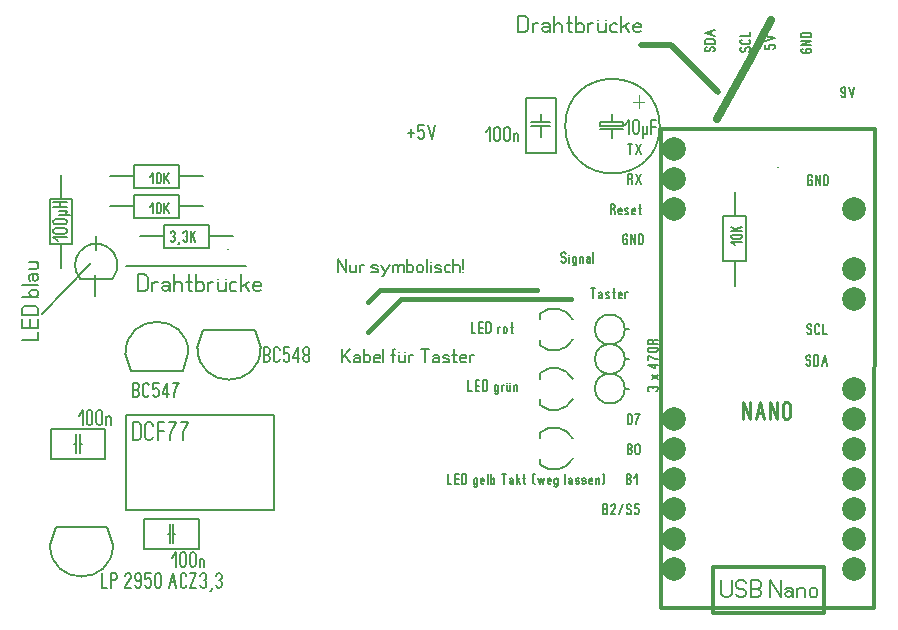
<source format=gbr>
%FSLAX34Y34*%
%MOMM*%
%LNSILK_TOP*%
G71*
G01*
%ADD10C, 0.254*%
%ADD11C, 0.159*%
%ADD12C, 0.156*%
%ADD13C, 0.144*%
%ADD14C, 0.189*%
%ADD15C, 0.150*%
%ADD16C, 0.167*%
%ADD17C, 0.200*%
%ADD18C, 0.120*%
%ADD19C, 0.178*%
%ADD20C, 0.700*%
%ADD21C, 0.500*%
%ADD22C, 0.300*%
%ADD23C, 0.400*%
%ADD24C, 2.000*%
%LPD*%
G54D10*
X622728Y-378207D02*
X622728Y-363985D01*
X628417Y-378207D01*
X628417Y-363985D01*
G54D10*
X633395Y-378207D02*
X636951Y-363985D01*
X640506Y-378207D01*
G54D10*
X634817Y-372874D02*
X639084Y-372874D01*
G54D10*
X645484Y-378207D02*
X645484Y-363985D01*
X651173Y-378207D01*
X651173Y-363985D01*
G54D10*
X661840Y-366652D02*
X661840Y-375541D01*
X661129Y-377318D01*
X659707Y-378207D01*
X658284Y-378207D01*
X656862Y-377318D01*
X656151Y-375541D01*
X656151Y-366652D01*
X656862Y-364874D01*
X658284Y-363985D01*
X659707Y-363985D01*
X661129Y-364874D01*
X661840Y-366652D01*
G54D11*
X615685Y-230880D02*
X612352Y-228658D01*
X621241Y-228658D01*
G54D11*
X614019Y-221992D02*
X619574Y-221992D01*
X620685Y-222436D01*
X621241Y-223325D01*
X621241Y-224214D01*
X620685Y-225103D01*
X619574Y-225547D01*
X614019Y-225547D01*
X612907Y-225103D01*
X612352Y-224214D01*
X612352Y-223325D01*
X612908Y-222436D01*
X614019Y-221992D01*
G54D11*
X621241Y-218880D02*
X612352Y-218880D01*
G54D11*
X618463Y-218880D02*
X612352Y-215325D01*
G54D11*
X616796Y-217547D02*
X621241Y-215325D01*
G54D11*
X543234Y-354453D02*
X542123Y-354009D01*
X541567Y-353120D01*
X541567Y-352231D01*
X542123Y-351342D01*
X543234Y-350898D01*
X544345Y-350898D01*
X545456Y-351342D01*
X546012Y-352231D01*
X546567Y-351342D01*
X547678Y-350898D01*
X548789Y-350898D01*
X549900Y-351342D01*
X550456Y-352231D01*
X550456Y-353120D01*
X549900Y-354009D01*
X548789Y-354453D01*
G54D11*
X545456Y-344586D02*
X550456Y-341030D01*
G54D11*
X550456Y-344586D02*
X545456Y-341030D01*
G54D11*
X550456Y-332052D02*
X541567Y-332052D01*
X547123Y-334719D01*
X548234Y-334719D01*
X548234Y-331164D01*
G54D11*
X541567Y-328052D02*
X541567Y-324496D01*
X542678Y-324941D01*
X544345Y-325830D01*
X546567Y-326719D01*
X548234Y-327163D01*
X550456Y-327163D01*
G54D11*
X543234Y-317830D02*
X548789Y-317830D01*
X549900Y-318274D01*
X550456Y-319163D01*
X550456Y-320052D01*
X549900Y-320941D01*
X548789Y-321385D01*
X543234Y-321385D01*
X542123Y-320941D01*
X541567Y-320052D01*
X541567Y-319163D01*
X542123Y-318274D01*
X543234Y-317830D01*
G54D11*
X546012Y-312940D02*
X547123Y-311607D01*
X548234Y-311162D01*
X550456Y-311162D01*
G54D11*
X550456Y-314718D02*
X541567Y-314718D01*
X541567Y-312496D01*
X542123Y-311607D01*
X543234Y-311163D01*
X544345Y-311163D01*
X545456Y-311607D01*
X546012Y-312496D01*
X546012Y-314718D01*
G54D11*
X522609Y-225836D02*
X524387Y-225836D01*
X524387Y-228614D01*
X523942Y-229725D01*
X523054Y-230281D01*
X522165Y-230281D01*
X521276Y-229725D01*
X520831Y-228614D01*
X520831Y-223059D01*
X521276Y-221948D01*
X522165Y-221392D01*
X523054Y-221392D01*
X523942Y-221948D01*
X524387Y-223059D01*
G54D11*
X527498Y-230281D02*
X527498Y-221392D01*
X531054Y-230281D01*
X531054Y-221392D01*
G54D11*
X534165Y-230281D02*
X534165Y-221392D01*
X536388Y-221392D01*
X537276Y-221948D01*
X537721Y-223059D01*
X537721Y-228614D01*
X537276Y-229725D01*
X536388Y-230281D01*
X534165Y-230281D01*
G54D11*
X527024Y-154080D02*
X527024Y-145192D01*
G54D11*
X525246Y-145192D02*
X528801Y-145192D01*
G54D11*
X531913Y-145192D02*
X536357Y-154080D01*
G54D11*
X531913Y-154080D02*
X536357Y-145192D01*
G54D11*
X527020Y-175034D02*
X528353Y-176145D01*
X528797Y-177256D01*
X528797Y-179478D01*
G54D11*
X525242Y-179478D02*
X525242Y-170589D01*
X527464Y-170589D01*
X528353Y-171145D01*
X528797Y-172256D01*
X528797Y-173367D01*
X528353Y-174478D01*
X527464Y-175034D01*
X525242Y-175034D01*
G54D11*
X531909Y-170589D02*
X536353Y-179478D01*
G54D11*
X531909Y-179478D02*
X536353Y-170589D01*
G54D11*
X512120Y-200436D02*
X513453Y-201547D01*
X513898Y-202658D01*
X513898Y-204880D01*
G54D11*
X510342Y-204880D02*
X510342Y-195992D01*
X512564Y-195992D01*
X513453Y-196547D01*
X513898Y-197658D01*
X513898Y-198769D01*
X513453Y-199880D01*
X512564Y-200436D01*
X510342Y-200436D01*
G54D11*
X519676Y-204325D02*
X518965Y-204880D01*
X518076Y-204880D01*
X517187Y-204325D01*
X517009Y-203214D01*
X517009Y-201325D01*
X517454Y-200214D01*
X518343Y-199880D01*
X519231Y-200214D01*
X519676Y-200992D01*
X519676Y-202103D01*
X517009Y-202103D01*
G54D11*
X522787Y-204325D02*
X523676Y-204880D01*
X524565Y-204880D01*
X525454Y-204325D01*
X525454Y-203214D01*
X525009Y-202658D01*
X523232Y-202103D01*
X522787Y-201547D01*
X522787Y-200436D01*
X523676Y-199880D01*
X524565Y-199880D01*
X525454Y-200436D01*
G54D11*
X531232Y-204325D02*
X530521Y-204880D01*
X529632Y-204880D01*
X528743Y-204325D01*
X528565Y-203214D01*
X528565Y-201325D01*
X529010Y-200214D01*
X529899Y-199880D01*
X530787Y-200214D01*
X531232Y-200992D01*
X531232Y-202103D01*
X528565Y-202103D01*
G54D11*
X535232Y-195992D02*
X535232Y-204325D01*
X535677Y-204880D01*
X536121Y-204658D01*
G54D11*
X534343Y-199880D02*
X536121Y-199880D01*
G54D11*
X524652Y-382680D02*
X524652Y-373792D01*
X526874Y-373792D01*
X527763Y-374347D01*
X528207Y-375458D01*
X528207Y-381014D01*
X527763Y-382125D01*
X526874Y-382680D01*
X524652Y-382680D01*
G54D11*
X531319Y-373792D02*
X534874Y-373792D01*
X534430Y-374903D01*
X533541Y-376569D01*
X532652Y-378792D01*
X532208Y-380458D01*
X532208Y-382680D01*
G54D11*
X524679Y-408081D02*
X524679Y-399192D01*
X526901Y-399192D01*
X527790Y-399748D01*
X528234Y-400859D01*
X528234Y-401970D01*
X527790Y-403081D01*
X526901Y-403637D01*
X527790Y-404192D01*
X528234Y-405304D01*
X528234Y-406415D01*
X527790Y-407526D01*
X526901Y-408081D01*
X524679Y-408081D01*
G54D11*
X524679Y-403637D02*
X526901Y-403637D01*
G54D11*
X534901Y-400859D02*
X534901Y-406415D01*
X534457Y-407526D01*
X533568Y-408081D01*
X532679Y-408081D01*
X531790Y-407526D01*
X531346Y-406415D01*
X531346Y-400859D01*
X531790Y-399748D01*
X532679Y-399192D01*
X533568Y-399192D01*
X534457Y-399748D01*
X534901Y-400859D01*
G54D11*
X523845Y-433480D02*
X523845Y-424592D01*
X526067Y-424592D01*
X526956Y-425147D01*
X527401Y-426258D01*
X527401Y-427369D01*
X526956Y-428480D01*
X526067Y-429036D01*
X526956Y-429592D01*
X527401Y-430703D01*
X527401Y-431814D01*
X526956Y-432925D01*
X526067Y-433480D01*
X523845Y-433480D01*
G54D11*
X523845Y-429036D02*
X526067Y-429036D01*
G54D11*
X530512Y-427925D02*
X532734Y-424592D01*
X532734Y-433480D01*
G54D11*
X504081Y-458880D02*
X504081Y-449992D01*
X506304Y-449992D01*
X507192Y-450547D01*
X507637Y-451658D01*
X507637Y-452769D01*
X507192Y-453880D01*
X506304Y-454436D01*
X507192Y-454992D01*
X507637Y-456103D01*
X507637Y-457214D01*
X507192Y-458325D01*
X506304Y-458880D01*
X504081Y-458880D01*
G54D11*
X504081Y-454436D02*
X506304Y-454436D01*
G54D11*
X514304Y-458880D02*
X510748Y-458880D01*
X510748Y-458325D01*
X511193Y-457214D01*
X513859Y-453880D01*
X514304Y-452769D01*
X514304Y-451658D01*
X513859Y-450547D01*
X512970Y-449992D01*
X512082Y-449992D01*
X511193Y-450547D01*
X510748Y-451658D01*
G54D11*
X517415Y-458880D02*
X520971Y-449992D01*
G54D11*
X524082Y-457214D02*
X524527Y-458325D01*
X525416Y-458880D01*
X526304Y-458880D01*
X527193Y-458325D01*
X527638Y-457214D01*
X527638Y-456103D01*
X527193Y-454992D01*
X526304Y-454436D01*
X525416Y-454436D01*
X524527Y-453880D01*
X524082Y-452769D01*
X524082Y-451658D01*
X524527Y-450547D01*
X525416Y-449992D01*
X526304Y-449992D01*
X527193Y-450547D01*
X527638Y-451658D01*
G54D11*
X534305Y-449992D02*
X530749Y-449992D01*
X530749Y-453880D01*
X531194Y-453880D01*
X532083Y-453325D01*
X532972Y-453325D01*
X533860Y-453880D01*
X534305Y-454992D01*
X534305Y-457214D01*
X533860Y-458325D01*
X532972Y-458880D01*
X532083Y-458880D01*
X531194Y-458325D01*
X530749Y-457214D01*
G54D11*
X392762Y-296335D02*
X392762Y-305224D01*
X395874Y-305224D01*
G54D11*
X402096Y-305224D02*
X398984Y-305224D01*
X398984Y-296335D01*
X402096Y-296335D01*
G54D11*
X398984Y-300779D02*
X402096Y-300779D01*
G54D11*
X405206Y-305224D02*
X405206Y-296335D01*
X407429Y-296335D01*
X408318Y-296890D01*
X408762Y-298001D01*
X408762Y-303557D01*
X408318Y-304668D01*
X407429Y-305224D01*
X405206Y-305224D01*
G54D11*
X415074Y-305224D02*
X415074Y-300224D01*
G54D11*
X415074Y-301335D02*
X415962Y-300224D01*
X416851Y-300224D01*
G54D11*
X422629Y-303890D02*
X422629Y-301668D01*
X422185Y-300557D01*
X421296Y-300224D01*
X420407Y-300557D01*
X419962Y-301668D01*
X419962Y-303890D01*
X420407Y-305001D01*
X421296Y-305224D01*
X422185Y-305001D01*
X422629Y-303890D01*
G54D11*
X426629Y-296335D02*
X426629Y-304668D01*
X427074Y-305224D01*
X427518Y-305001D01*
G54D11*
X425740Y-300224D02*
X427518Y-300224D01*
G54D11*
X372297Y-424377D02*
X372297Y-433266D01*
X375408Y-433266D01*
G54D11*
X381630Y-433266D02*
X378519Y-433266D01*
X378519Y-424377D01*
X381630Y-424377D01*
G54D11*
X378519Y-428821D02*
X381630Y-428821D01*
G54D11*
X384741Y-433266D02*
X384741Y-424377D01*
X386964Y-424377D01*
X387852Y-424932D01*
X388297Y-426043D01*
X388297Y-431599D01*
X387852Y-432710D01*
X386964Y-433266D01*
X384741Y-433266D01*
G54D11*
X394608Y-434932D02*
X395497Y-435488D01*
X396119Y-435488D01*
X397008Y-434932D01*
X397275Y-433821D01*
X397275Y-428266D01*
G54D11*
X397275Y-429710D02*
X396831Y-428599D01*
X395942Y-428266D01*
X395053Y-428599D01*
X394608Y-429710D01*
X394608Y-431932D01*
X395053Y-433043D01*
X395942Y-433266D01*
X396831Y-433043D01*
X397275Y-431932D01*
G54D11*
X403053Y-432710D02*
X402342Y-433266D01*
X401453Y-433266D01*
X400564Y-432710D01*
X400386Y-431599D01*
X400386Y-429710D01*
X400831Y-428599D01*
X401720Y-428266D01*
X402609Y-428599D01*
X403053Y-429377D01*
X403053Y-430488D01*
X400386Y-430488D01*
G54D11*
X406164Y-433266D02*
X406164Y-424377D01*
G54D11*
X409275Y-433266D02*
X409275Y-424377D01*
G54D11*
X409275Y-429710D02*
X409720Y-428599D01*
X410609Y-428266D01*
X411498Y-428599D01*
X411942Y-429710D01*
X411942Y-431932D01*
X411498Y-433043D01*
X410609Y-433266D01*
X409720Y-433043D01*
X409275Y-431932D01*
G54D11*
X420031Y-433266D02*
X420031Y-424377D01*
G54D11*
X418253Y-424377D02*
X421809Y-424377D01*
G54D11*
X424920Y-428821D02*
X425809Y-428266D01*
X426876Y-428266D01*
X427587Y-429377D01*
X427587Y-433266D01*
G54D11*
X427587Y-431599D02*
X427143Y-430488D01*
X426254Y-430266D01*
X425365Y-430488D01*
X424920Y-431599D01*
X425098Y-432710D01*
X425809Y-433266D01*
X426254Y-433266D01*
X426431Y-433266D01*
X427143Y-432710D01*
X427587Y-431599D01*
G54D11*
X430698Y-433266D02*
X430698Y-424377D01*
G54D11*
X432032Y-429932D02*
X433365Y-433266D01*
G54D11*
X430698Y-431043D02*
X433365Y-428266D01*
G54D11*
X437365Y-424377D02*
X437365Y-432710D01*
X437810Y-433266D01*
X438254Y-433043D01*
G54D11*
X436476Y-428266D02*
X438254Y-428266D01*
G54D11*
X445899Y-424377D02*
X445010Y-424932D01*
X444565Y-426043D01*
X444565Y-431599D01*
X445010Y-432710D01*
X445899Y-433266D01*
G54D11*
X449009Y-428266D02*
X450343Y-433266D01*
X451676Y-428266D01*
X453009Y-433266D01*
X453898Y-428266D01*
G54D11*
X459676Y-432710D02*
X458965Y-433266D01*
X458076Y-433266D01*
X457187Y-432710D01*
X457009Y-431599D01*
X457009Y-429710D01*
X457454Y-428599D01*
X458343Y-428266D01*
X459232Y-428599D01*
X459676Y-429377D01*
X459676Y-430488D01*
X457009Y-430488D01*
G54D11*
X462787Y-434932D02*
X463676Y-435488D01*
X464298Y-435488D01*
X465187Y-434932D01*
X465454Y-433821D01*
X465454Y-428266D01*
G54D11*
X465454Y-429710D02*
X465010Y-428599D01*
X464121Y-428266D01*
X463232Y-428599D01*
X462787Y-429710D01*
X462787Y-431932D01*
X463232Y-433043D01*
X464121Y-433266D01*
X465010Y-433043D01*
X465454Y-431932D01*
G54D11*
X471765Y-433266D02*
X471765Y-424377D01*
G54D11*
X474876Y-428821D02*
X475765Y-428266D01*
X476832Y-428266D01*
X477543Y-429377D01*
X477543Y-433266D01*
G54D11*
X477543Y-431599D02*
X477099Y-430488D01*
X476210Y-430266D01*
X475321Y-430488D01*
X474876Y-431599D01*
X475054Y-432710D01*
X475765Y-433266D01*
X476210Y-433266D01*
X476387Y-433266D01*
X477099Y-432710D01*
X477543Y-431599D01*
G54D11*
X480654Y-432710D02*
X481543Y-433266D01*
X482432Y-433266D01*
X483321Y-432710D01*
X483321Y-431599D01*
X482877Y-431043D01*
X481099Y-430488D01*
X480654Y-429932D01*
X480654Y-428821D01*
X481543Y-428266D01*
X482432Y-428266D01*
X483321Y-428821D01*
G54D11*
X486432Y-432710D02*
X487321Y-433266D01*
X488210Y-433266D01*
X489099Y-432710D01*
X489099Y-431599D01*
X488655Y-431043D01*
X486877Y-430488D01*
X486432Y-429932D01*
X486432Y-428821D01*
X487321Y-428266D01*
X488210Y-428266D01*
X489099Y-428821D01*
G54D11*
X494877Y-432710D02*
X494166Y-433266D01*
X493277Y-433266D01*
X492388Y-432710D01*
X492210Y-431599D01*
X492210Y-429710D01*
X492655Y-428599D01*
X493544Y-428266D01*
X494433Y-428599D01*
X494877Y-429377D01*
X494877Y-430488D01*
X492210Y-430488D01*
G54D11*
X497988Y-433266D02*
X497988Y-428266D01*
G54D11*
X497988Y-429377D02*
X498433Y-428599D01*
X499322Y-428266D01*
X500211Y-428599D01*
X500655Y-429377D01*
X500655Y-433266D01*
G54D11*
X503766Y-424377D02*
X504655Y-424932D01*
X505100Y-426043D01*
X505100Y-431599D01*
X504655Y-432710D01*
X503766Y-433266D01*
G54D11*
X389916Y-345509D02*
X389916Y-354398D01*
X393028Y-354398D01*
G54D11*
X399250Y-354398D02*
X396138Y-354398D01*
X396138Y-345509D01*
X399250Y-345509D01*
G54D11*
X396138Y-349953D02*
X399250Y-349953D01*
G54D11*
X402360Y-354398D02*
X402360Y-345509D01*
X404583Y-345509D01*
X405472Y-346064D01*
X405916Y-347175D01*
X405916Y-352731D01*
X405472Y-353842D01*
X404583Y-354398D01*
X402360Y-354398D01*
G54D11*
X412228Y-356064D02*
X413116Y-356620D01*
X413739Y-356620D01*
X414628Y-356064D01*
X414894Y-354953D01*
X414894Y-349398D01*
G54D11*
X414894Y-350842D02*
X414450Y-349731D01*
X413561Y-349398D01*
X412672Y-349731D01*
X412228Y-350842D01*
X412228Y-353064D01*
X412672Y-354175D01*
X413561Y-354398D01*
X414450Y-354175D01*
X414894Y-353064D01*
G54D11*
X418006Y-354398D02*
X418006Y-349398D01*
G54D11*
X418006Y-350509D02*
X418894Y-349398D01*
X419783Y-349398D01*
G54D11*
X422894Y-347731D02*
X422894Y-347731D01*
G54D11*
X425561Y-347731D02*
X425561Y-347731D01*
G54D11*
X425561Y-349398D02*
X425561Y-354398D01*
G54D11*
X425561Y-353286D02*
X425117Y-354175D01*
X424228Y-354398D01*
X423339Y-354175D01*
X422894Y-353286D01*
X422894Y-349398D01*
G54D11*
X428672Y-354398D02*
X428672Y-349398D01*
G54D11*
X428672Y-350509D02*
X429117Y-349731D01*
X430006Y-349398D01*
X430895Y-349731D01*
X431339Y-350509D01*
X431339Y-354398D01*
G54D11*
X495753Y-275890D02*
X495753Y-267001D01*
G54D11*
X493975Y-267001D02*
X497531Y-267001D01*
G54D11*
X500642Y-271445D02*
X501531Y-270890D01*
X502598Y-270890D01*
X503309Y-272001D01*
X503309Y-275890D01*
G54D11*
X503309Y-274223D02*
X502864Y-273112D01*
X501975Y-272890D01*
X501086Y-273112D01*
X500642Y-274223D01*
X500820Y-275334D01*
X501531Y-275890D01*
X501975Y-275890D01*
X502153Y-275890D01*
X502864Y-275334D01*
X503309Y-274223D01*
G54D11*
X506420Y-275334D02*
X507309Y-275890D01*
X508198Y-275890D01*
X509087Y-275334D01*
X509087Y-274223D01*
X508642Y-273667D01*
X506864Y-273112D01*
X506420Y-272556D01*
X506420Y-271445D01*
X507309Y-270890D01*
X508198Y-270890D01*
X509087Y-271445D01*
G54D11*
X513087Y-267001D02*
X513087Y-275334D01*
X513531Y-275890D01*
X513976Y-275667D01*
G54D11*
X512198Y-270890D02*
X513976Y-270890D01*
G54D11*
X519754Y-275334D02*
X519043Y-275890D01*
X518154Y-275890D01*
X517265Y-275334D01*
X517087Y-274223D01*
X517087Y-272334D01*
X517531Y-271223D01*
X518420Y-270890D01*
X519309Y-271223D01*
X519754Y-272001D01*
X519754Y-273112D01*
X517087Y-273112D01*
G54D11*
X522865Y-275890D02*
X522865Y-270890D01*
G54D11*
X522865Y-272001D02*
X523754Y-270890D01*
X524643Y-270890D01*
G54D11*
X468620Y-244001D02*
X469064Y-245112D01*
X469953Y-245668D01*
X470842Y-245668D01*
X471731Y-245112D01*
X472175Y-244001D01*
X472175Y-242890D01*
X471731Y-241779D01*
X470842Y-241223D01*
X469953Y-241223D01*
X469064Y-240668D01*
X468620Y-239556D01*
X468620Y-238445D01*
X469064Y-237334D01*
X469953Y-236779D01*
X470842Y-236779D01*
X471731Y-237334D01*
X472175Y-238445D01*
G54D11*
X475286Y-245668D02*
X475286Y-240668D01*
G54D11*
X475286Y-239001D02*
X475286Y-239001D01*
G54D11*
X478398Y-247334D02*
X479286Y-247890D01*
X479909Y-247890D01*
X480798Y-247334D01*
X481064Y-246223D01*
X481064Y-240668D01*
G54D11*
X481064Y-242112D02*
X480620Y-241001D01*
X479731Y-240668D01*
X478842Y-241001D01*
X478398Y-242112D01*
X478398Y-244334D01*
X478842Y-245445D01*
X479731Y-245668D01*
X480620Y-245445D01*
X481064Y-244334D01*
G54D11*
X484176Y-245668D02*
X484176Y-240668D01*
G54D11*
X484176Y-241779D02*
X484620Y-241001D01*
X485509Y-240668D01*
X486398Y-241001D01*
X486842Y-241779D01*
X486842Y-245668D01*
G54D11*
X489954Y-241223D02*
X490842Y-240668D01*
X491909Y-240668D01*
X492620Y-241779D01*
X492620Y-245668D01*
G54D11*
X492620Y-244001D02*
X492176Y-242890D01*
X491287Y-242668D01*
X490398Y-242890D01*
X489954Y-244001D01*
X490131Y-245112D01*
X490842Y-245668D01*
X491287Y-245668D01*
X491465Y-245668D01*
X492176Y-245112D01*
X492620Y-244001D01*
G54D11*
X495732Y-245668D02*
X495732Y-236779D01*
G54D11*
X597105Y-66948D02*
X598216Y-66503D01*
X598772Y-65614D01*
X598772Y-64726D01*
X598216Y-63837D01*
X597105Y-63392D01*
X595994Y-63392D01*
X594883Y-63837D01*
X594328Y-64726D01*
X594328Y-65614D01*
X593772Y-66503D01*
X592661Y-66948D01*
X591550Y-66948D01*
X590439Y-66503D01*
X589883Y-65614D01*
X589883Y-64726D01*
X590439Y-63837D01*
X591550Y-63392D01*
G54D11*
X598772Y-60281D02*
X589883Y-60281D01*
X589883Y-58059D01*
X590439Y-57170D01*
X591550Y-56725D01*
X597105Y-56725D01*
X598216Y-57170D01*
X598772Y-58059D01*
X598772Y-60281D01*
G54D11*
X598772Y-53614D02*
X589883Y-51392D01*
X598772Y-49169D01*
G54D11*
X595439Y-52725D02*
X595439Y-50058D01*
G54D11*
X627105Y-67055D02*
X628216Y-66611D01*
X628772Y-65722D01*
X628772Y-64833D01*
X628216Y-63944D01*
X627105Y-63500D01*
X625994Y-63500D01*
X624883Y-63944D01*
X624328Y-64833D01*
X624328Y-65722D01*
X623772Y-66611D01*
X622661Y-67055D01*
X621550Y-67055D01*
X620439Y-66611D01*
X619883Y-65722D01*
X619883Y-64833D01*
X620439Y-63944D01*
X621550Y-63500D01*
G54D11*
X627105Y-56833D02*
X628216Y-57277D01*
X628772Y-58166D01*
X628772Y-59055D01*
X628216Y-59944D01*
X627105Y-60388D01*
X621550Y-60388D01*
X620439Y-59944D01*
X619883Y-59055D01*
X619883Y-58166D01*
X620439Y-57277D01*
X621550Y-56833D01*
G54D11*
X619883Y-53721D02*
X628772Y-53721D01*
X628772Y-50610D01*
G54D11*
X675906Y-66308D02*
X675906Y-64530D01*
X678684Y-64530D01*
X679795Y-64974D01*
X680350Y-65863D01*
X680350Y-66752D01*
X679795Y-67641D01*
X678684Y-68086D01*
X673128Y-68086D01*
X672017Y-67641D01*
X671462Y-66752D01*
X671462Y-65863D01*
X672017Y-64974D01*
X673128Y-64530D01*
G54D11*
X680350Y-61419D02*
X671462Y-61418D01*
X680350Y-57863D01*
X671462Y-57863D01*
G54D11*
X680350Y-54752D02*
X671462Y-54752D01*
X671462Y-52529D01*
X672017Y-51640D01*
X673128Y-51196D01*
X678684Y-51196D01*
X679795Y-51640D01*
X680350Y-52529D01*
X680350Y-54752D01*
G54D11*
X640843Y-61160D02*
X640843Y-64716D01*
X644732Y-64716D01*
X644732Y-64271D01*
X644176Y-63382D01*
X644176Y-62493D01*
X644732Y-61604D01*
X645843Y-61160D01*
X648065Y-61160D01*
X649176Y-61604D01*
X649732Y-62493D01*
X649732Y-63382D01*
X649176Y-64271D01*
X648065Y-64716D01*
G54D11*
X640843Y-58049D02*
X649732Y-55826D01*
X640843Y-53604D01*
G54D11*
X705572Y-104223D02*
X706016Y-105334D01*
X706905Y-105890D01*
X707794Y-105890D01*
X708683Y-105334D01*
X709128Y-104223D01*
X709128Y-101445D01*
X709128Y-100890D01*
X707794Y-102001D01*
X706905Y-102001D01*
X706016Y-101445D01*
X705572Y-100334D01*
X705572Y-98667D01*
X706016Y-97556D01*
X706905Y-97001D01*
X707794Y-97001D01*
X708683Y-97556D01*
X709128Y-98667D01*
X709128Y-101445D01*
G54D11*
X712239Y-97001D02*
X714461Y-105890D01*
X716683Y-97001D01*
G54D11*
X679115Y-175838D02*
X680892Y-175838D01*
X680892Y-178616D01*
X680448Y-179727D01*
X679559Y-180283D01*
X678670Y-180283D01*
X677781Y-179727D01*
X677337Y-178616D01*
X677337Y-173060D01*
X677781Y-171949D01*
X678670Y-171394D01*
X679559Y-171394D01*
X680448Y-171949D01*
X680892Y-173060D01*
G54D11*
X684004Y-180283D02*
X684004Y-171394D01*
X687560Y-180283D01*
X687560Y-171394D01*
G54D11*
X690671Y-180283D02*
X690671Y-171394D01*
X692893Y-171394D01*
X693782Y-171949D01*
X694226Y-173060D01*
X694226Y-178616D01*
X693782Y-179727D01*
X692893Y-180283D01*
X690671Y-180283D01*
G54D12*
X79682Y-508454D02*
X79682Y-520898D01*
X84037Y-520898D01*
G54D12*
X87460Y-520898D02*
X87460Y-508454D01*
X90571Y-508454D01*
X91815Y-509231D01*
X92437Y-510787D01*
X92438Y-512342D01*
X91815Y-513898D01*
X90571Y-514676D01*
X87460Y-514676D01*
G54D12*
X104383Y-520898D02*
X99406Y-520898D01*
X99406Y-520120D01*
X100028Y-518565D01*
X103761Y-513898D01*
X104383Y-512342D01*
X104383Y-510787D01*
X103761Y-509231D01*
X102517Y-508454D01*
X101272Y-508454D01*
X100028Y-509231D01*
X99406Y-510787D01*
G54D12*
X107806Y-518565D02*
X108428Y-520120D01*
X109672Y-520898D01*
X110917Y-520898D01*
X112161Y-520120D01*
X112783Y-518565D01*
X112783Y-514676D01*
X112783Y-513898D01*
X110917Y-515454D01*
X109672Y-515454D01*
X108428Y-514676D01*
X107806Y-513120D01*
X107806Y-510787D01*
X108428Y-509231D01*
X109672Y-508454D01*
X110917Y-508454D01*
X112161Y-509231D01*
X112783Y-510787D01*
X112783Y-514676D01*
G54D12*
X121183Y-508454D02*
X116206Y-508454D01*
X116206Y-513898D01*
X116828Y-513898D01*
X118072Y-513120D01*
X119317Y-513120D01*
X120561Y-513898D01*
X121183Y-515454D01*
X121183Y-518565D01*
X120561Y-520120D01*
X119317Y-520898D01*
X118072Y-520898D01*
X116828Y-520120D01*
X116206Y-518565D01*
G54D12*
X129583Y-510787D02*
X129584Y-518565D01*
X128961Y-520120D01*
X127717Y-520898D01*
X126472Y-520898D01*
X125228Y-520120D01*
X124606Y-518565D01*
X124606Y-510787D01*
X125228Y-509231D01*
X126472Y-508454D01*
X127717Y-508454D01*
X128961Y-509231D01*
X129583Y-510787D01*
G54D12*
X136552Y-520898D02*
X139663Y-508454D01*
X142774Y-520898D01*
G54D12*
X137796Y-516231D02*
X141529Y-516232D01*
G54D12*
X151174Y-518565D02*
X150551Y-520120D01*
X149307Y-520898D01*
X148062Y-520898D01*
X146818Y-520120D01*
X146196Y-518565D01*
X146196Y-510787D01*
X146818Y-509231D01*
X148062Y-508454D01*
X149307Y-508454D01*
X150551Y-509231D01*
X151173Y-510787D01*
G54D12*
X154596Y-508454D02*
X159573Y-508454D01*
X154596Y-520898D01*
X159573Y-520898D01*
G54D12*
X162996Y-510787D02*
X163618Y-509231D01*
X164862Y-508454D01*
X166107Y-508454D01*
X167351Y-509231D01*
X167973Y-510787D01*
X167973Y-512342D01*
X167351Y-513898D01*
X166107Y-514676D01*
X167351Y-515454D01*
X167974Y-517009D01*
X167973Y-518565D01*
X167351Y-520120D01*
X166107Y-520898D01*
X164862Y-520898D01*
X163618Y-520120D01*
X162996Y-518565D01*
G54D12*
X172640Y-520898D02*
X172640Y-522454D01*
X172018Y-524009D01*
X171396Y-524009D01*
G54D12*
X176062Y-510787D02*
X176684Y-509231D01*
X177928Y-508454D01*
X179173Y-508454D01*
X180417Y-509231D01*
X181039Y-510787D01*
X181039Y-512342D01*
X180417Y-513898D01*
X179173Y-514676D01*
X180417Y-515454D01*
X181039Y-517009D01*
X181039Y-518565D01*
X180417Y-520120D01*
X179173Y-520898D01*
X177928Y-520898D01*
X176684Y-520120D01*
X176062Y-518565D01*
G54D12*
X60090Y-375225D02*
X63201Y-370559D01*
X63201Y-383003D01*
G54D12*
X71600Y-372892D02*
X71600Y-380670D01*
X70978Y-382225D01*
X69734Y-383003D01*
X68489Y-383003D01*
X67245Y-382225D01*
X66623Y-380670D01*
X66623Y-372892D01*
X67245Y-371336D01*
X68489Y-370559D01*
X69734Y-370559D01*
X70978Y-371336D01*
X71600Y-372892D01*
G54D12*
X80000Y-372892D02*
X80000Y-380670D01*
X79378Y-382225D01*
X78134Y-383003D01*
X76889Y-383003D01*
X75645Y-382225D01*
X75023Y-380670D01*
X75023Y-372892D01*
X75645Y-371337D01*
X76889Y-370559D01*
X78134Y-370559D01*
X79378Y-371336D01*
X80000Y-372892D01*
G54D12*
X83423Y-383003D02*
X83423Y-376003D01*
G54D12*
X83423Y-377559D02*
X84045Y-376470D01*
X85289Y-376003D01*
X86534Y-376470D01*
X87156Y-377559D01*
X87156Y-383003D01*
G54D12*
X139085Y-495751D02*
X142196Y-491084D01*
X142196Y-503529D01*
G54D12*
X150596Y-493418D02*
X150596Y-501196D01*
X149974Y-502751D01*
X148729Y-503529D01*
X147485Y-503529D01*
X146240Y-502751D01*
X145618Y-501196D01*
X145618Y-493418D01*
X146240Y-491862D01*
X147485Y-491084D01*
X148729Y-491084D01*
X149974Y-491862D01*
X150596Y-493418D01*
G54D12*
X158996Y-493418D02*
X158996Y-501196D01*
X158374Y-502751D01*
X157129Y-503529D01*
X155885Y-503529D01*
X154640Y-502751D01*
X154018Y-501196D01*
X154018Y-493418D01*
X154640Y-491862D01*
X155885Y-491084D01*
X157129Y-491084D01*
X158374Y-491862D01*
X158996Y-493418D01*
G54D12*
X162418Y-503529D02*
X162418Y-496529D01*
G54D12*
X162418Y-498084D02*
X163040Y-496996D01*
X164285Y-496529D01*
X165529Y-496996D01*
X166152Y-498084D01*
X166152Y-503529D01*
G54D12*
X105934Y-359768D02*
X105934Y-347323D01*
X109045Y-347323D01*
X110289Y-348101D01*
X110912Y-349656D01*
X110912Y-351212D01*
X110289Y-352768D01*
X109045Y-353545D01*
X110289Y-354323D01*
X110912Y-355879D01*
X110912Y-357434D01*
X110289Y-358990D01*
X109045Y-359768D01*
X105934Y-359768D01*
G54D12*
X105934Y-353545D02*
X109045Y-353545D01*
G54D12*
X119312Y-357434D02*
X118689Y-358990D01*
X117445Y-359768D01*
X116200Y-359768D01*
X114956Y-358990D01*
X114334Y-357434D01*
X114334Y-349656D01*
X114956Y-348101D01*
X116200Y-347323D01*
X117445Y-347323D01*
X118689Y-348101D01*
X119312Y-349656D01*
G54D12*
X127712Y-347323D02*
X122734Y-347323D01*
X122734Y-352768D01*
X123356Y-352768D01*
X124600Y-351990D01*
X125845Y-351990D01*
X127089Y-352768D01*
X127712Y-354323D01*
X127712Y-357434D01*
X127089Y-358990D01*
X125845Y-359768D01*
X124600Y-359768D01*
X123356Y-358990D01*
X122734Y-357434D01*
G54D12*
X134867Y-359768D02*
X134867Y-347323D01*
X131134Y-355101D01*
X131134Y-356656D01*
X136112Y-356656D01*
G54D12*
X139534Y-347323D02*
X144512Y-347323D01*
X143889Y-348879D01*
X142645Y-351212D01*
X141400Y-354323D01*
X140778Y-356656D01*
X140778Y-359768D01*
G54D12*
X216628Y-330016D02*
X216628Y-317572D01*
X219739Y-317572D01*
X220983Y-318350D01*
X221605Y-319905D01*
X221605Y-321461D01*
X220983Y-323016D01*
X219739Y-323794D01*
X220983Y-324572D01*
X221605Y-326127D01*
X221605Y-327683D01*
X220983Y-329238D01*
X219739Y-330016D01*
X216628Y-330016D01*
G54D12*
X216628Y-323794D02*
X219739Y-323794D01*
G54D12*
X230005Y-327683D02*
X229383Y-329238D01*
X228139Y-330016D01*
X226894Y-330016D01*
X225650Y-329238D01*
X225028Y-327683D01*
X225028Y-319905D01*
X225650Y-318350D01*
X226894Y-317572D01*
X228139Y-317572D01*
X229383Y-318350D01*
X230005Y-319905D01*
G54D12*
X238405Y-317572D02*
X233428Y-317572D01*
X233428Y-323016D01*
X234050Y-323016D01*
X235294Y-322238D01*
X236539Y-322238D01*
X237783Y-323016D01*
X238405Y-324572D01*
X238405Y-327683D01*
X237783Y-329238D01*
X236539Y-330016D01*
X235294Y-330016D01*
X234050Y-329238D01*
X233428Y-327683D01*
G54D12*
X245561Y-330016D02*
X245561Y-317572D01*
X241828Y-325350D01*
X241828Y-326905D01*
X246805Y-326905D01*
G54D12*
X253339Y-323794D02*
X252094Y-323794D01*
X250850Y-323016D01*
X250228Y-321461D01*
X250228Y-319905D01*
X250850Y-318350D01*
X252094Y-317572D01*
X253339Y-317572D01*
X254583Y-318350D01*
X255205Y-319905D01*
X255205Y-321461D01*
X254583Y-323016D01*
X253339Y-323794D01*
X254583Y-324572D01*
X255205Y-326127D01*
X255205Y-327683D01*
X254583Y-329238D01*
X253339Y-330016D01*
X252094Y-330016D01*
X250850Y-329238D01*
X250228Y-327683D01*
X250228Y-326127D01*
X250850Y-324572D01*
X252094Y-323794D01*
G54D13*
X42565Y-227194D02*
X38232Y-224305D01*
X49787Y-224305D01*
G54D13*
X40398Y-216505D02*
X47620Y-216505D01*
X49065Y-217083D01*
X49787Y-218238D01*
X49787Y-219394D01*
X49065Y-220549D01*
X47620Y-221127D01*
X40398Y-221127D01*
X38954Y-220549D01*
X38232Y-219394D01*
X38232Y-218238D01*
X38954Y-217083D01*
X40398Y-216505D01*
G54D13*
X40398Y-208705D02*
X47620Y-208705D01*
X49065Y-209283D01*
X49787Y-210438D01*
X49787Y-211594D01*
X49065Y-212749D01*
X47620Y-213327D01*
X40398Y-213327D01*
X38954Y-212749D01*
X38232Y-211594D01*
X38232Y-210438D01*
X38954Y-209283D01*
X40398Y-208705D01*
G54D13*
X43287Y-205527D02*
X52676Y-205527D01*
G54D13*
X43287Y-202060D02*
X49787Y-202060D01*
G54D13*
X48343Y-202060D02*
X49498Y-202638D01*
X49787Y-203794D01*
X49498Y-204949D01*
X48343Y-205527D01*
X43287Y-205527D01*
G54D13*
X49787Y-198882D02*
X38232Y-198882D01*
G54D13*
X49787Y-194260D02*
X38232Y-194260D01*
G54D13*
X44009Y-198882D02*
X44009Y-194260D01*
G54D12*
X339001Y-135877D02*
X343979Y-135877D01*
G54D12*
X341490Y-132766D02*
X341490Y-138988D01*
G54D12*
X352379Y-128877D02*
X347401Y-128877D01*
X347401Y-134322D01*
X348023Y-134321D01*
X349268Y-133544D01*
X350512Y-133544D01*
X351756Y-134322D01*
X352379Y-135877D01*
X352379Y-138988D01*
X351757Y-140544D01*
X350512Y-141321D01*
X349268Y-141321D01*
X348023Y-140544D01*
X347401Y-138988D01*
G54D12*
X355801Y-128877D02*
X358912Y-141322D01*
X362023Y-128877D01*
G54D14*
X106315Y-396031D02*
X106314Y-380920D01*
X110092Y-380920D01*
X111603Y-381864D01*
X112359Y-383753D01*
X112359Y-393198D01*
X111603Y-395087D01*
X110092Y-396031D01*
X106315Y-396031D01*
G54D14*
X122559Y-393198D02*
X121803Y-395087D01*
X120292Y-396031D01*
X118781Y-396031D01*
X117270Y-395087D01*
X116515Y-393198D01*
X116515Y-383753D01*
X117270Y-381864D01*
X118781Y-380920D01*
X120292Y-380920D01*
X121803Y-381864D01*
X122559Y-383753D01*
G54D14*
X126714Y-396031D02*
X126714Y-380920D01*
X132003Y-380920D01*
G54D14*
X126714Y-388475D02*
X132003Y-388476D01*
G54D14*
X136159Y-380920D02*
X142204Y-380920D01*
X141448Y-382809D01*
X139937Y-385642D01*
X138426Y-389420D01*
X137671Y-392253D01*
X137671Y-396031D01*
G54D14*
X146359Y-380920D02*
X152404Y-380920D01*
X151648Y-382809D01*
X150137Y-385642D01*
X148626Y-389420D01*
X147871Y-392253D01*
X147871Y-396031D01*
G54D11*
X137726Y-220656D02*
X138170Y-219545D01*
X139059Y-218989D01*
X139948Y-218989D01*
X140837Y-219545D01*
X141282Y-220656D01*
X141282Y-221767D01*
X140837Y-222878D01*
X139948Y-223434D01*
X140837Y-223989D01*
X141282Y-225100D01*
X141282Y-226211D01*
X140837Y-227322D01*
X139948Y-227878D01*
X139059Y-227878D01*
X138170Y-227322D01*
X137726Y-226211D01*
G54D11*
X145282Y-227878D02*
X145282Y-228989D01*
X144837Y-230100D01*
X144393Y-230100D01*
G54D11*
X148393Y-220656D02*
X148837Y-219545D01*
X149726Y-218989D01*
X150615Y-218989D01*
X151504Y-219545D01*
X151949Y-220656D01*
X151949Y-221767D01*
X151504Y-222878D01*
X150615Y-223434D01*
X151504Y-223989D01*
X151949Y-225100D01*
X151949Y-226211D01*
X151504Y-227322D01*
X150615Y-227878D01*
X149726Y-227878D01*
X148837Y-227322D01*
X148393Y-226211D01*
G54D11*
X155060Y-227878D02*
X155060Y-218989D01*
G54D11*
X155060Y-225100D02*
X158616Y-218989D01*
G54D11*
X156393Y-223434D02*
X158616Y-227878D01*
G54D15*
X100380Y-248899D02*
X201980Y-248899D01*
X100380Y-248899D01*
G54D15*
X28860Y-288902D02*
X69428Y-246946D01*
X70138Y-246357D01*
G54D16*
X12287Y-311386D02*
X25620Y-311386D01*
X25620Y-304386D01*
G54D16*
X25620Y-293718D02*
X25620Y-300718D01*
X12287Y-300718D01*
X12287Y-293718D01*
G54D16*
X18954Y-300718D02*
X18954Y-293718D01*
G54D16*
X25620Y-290052D02*
X12287Y-290052D01*
X12287Y-285052D01*
X13120Y-283052D01*
X14787Y-282052D01*
X23120Y-282052D01*
X24787Y-283052D01*
X25620Y-285052D01*
X25620Y-290052D01*
G54D16*
X25620Y-274518D02*
X12287Y-274518D01*
G54D16*
X20287Y-274518D02*
X18620Y-273518D01*
X18120Y-271518D01*
X18620Y-269518D01*
X20287Y-268518D01*
X23620Y-268518D01*
X25287Y-269518D01*
X25620Y-271518D01*
X25287Y-273518D01*
X23620Y-274518D01*
G54D16*
X25620Y-264851D02*
X12287Y-264851D01*
G54D16*
X18954Y-261184D02*
X18120Y-259184D01*
X18120Y-256784D01*
X19787Y-255184D01*
X25620Y-255184D01*
G54D16*
X23120Y-255184D02*
X21454Y-256184D01*
X21120Y-258184D01*
X21454Y-260184D01*
X23120Y-261184D01*
X24787Y-260784D01*
X25620Y-259184D01*
X25620Y-258184D01*
X25620Y-257784D01*
X24787Y-256184D01*
X23120Y-255184D01*
G54D16*
X18120Y-245516D02*
X25620Y-245516D01*
G54D16*
X23954Y-245517D02*
X25287Y-246517D01*
X25620Y-248516D01*
X25287Y-250517D01*
X23954Y-251517D01*
X18120Y-251517D01*
G54D15*
X99520Y-322560D02*
X104420Y-337760D01*
X148020Y-337760D01*
X152920Y-322560D01*
G54D15*
G75*
G01X152870Y-322461D02*
G03X99570Y-322461I-26650J0D01*
G01*
G54D15*
X213957Y-318080D02*
X209057Y-302880D01*
X165457Y-302880D01*
X160557Y-318080D01*
G54D15*
G75*
G01X160606Y-318180D02*
G03X213906Y-318180I26650J0D01*
G01*
G54D15*
X89028Y-484746D02*
X84128Y-469546D01*
X40528Y-469546D01*
X35628Y-484746D01*
G54D15*
G75*
G01X35678Y-484846D02*
G03X88978Y-484846I26650J0D01*
G01*
G54D17*
X100000Y-375000D02*
X225000Y-375000D01*
X225000Y-455000D01*
X100000Y-455000D01*
X100000Y-375000D01*
G54D12*
X522656Y-129266D02*
X525767Y-124600D01*
X525767Y-137044D01*
G54D12*
X534166Y-126933D02*
X534166Y-134711D01*
X533544Y-136266D01*
X532300Y-137044D01*
X531055Y-137044D01*
X529811Y-136266D01*
X529189Y-134711D01*
X529189Y-126933D01*
X529811Y-125378D01*
X531055Y-124600D01*
X532300Y-124600D01*
X533544Y-125378D01*
X534166Y-126933D01*
G54D12*
X537589Y-130044D02*
X537589Y-140155D01*
G54D12*
X541322Y-130044D02*
X541322Y-137044D01*
G54D12*
X541322Y-135489D02*
X540700Y-136733D01*
X539455Y-137044D01*
X538211Y-136733D01*
X537589Y-135489D01*
X537589Y-130044D01*
G54D12*
X544744Y-137044D02*
X544744Y-124600D01*
X549099Y-124600D01*
G54D12*
X544744Y-130822D02*
X549099Y-130822D01*
G54D12*
X405090Y-135225D02*
X408201Y-130559D01*
X408201Y-143003D01*
G54D12*
X416600Y-132892D02*
X416600Y-140670D01*
X415978Y-142225D01*
X414734Y-143003D01*
X413489Y-143003D01*
X412245Y-142225D01*
X411623Y-140670D01*
X411623Y-132892D01*
X412245Y-131336D01*
X413489Y-130559D01*
X414734Y-130559D01*
X415978Y-131336D01*
X416600Y-132892D01*
G54D12*
X425000Y-132892D02*
X425000Y-140670D01*
X424378Y-142225D01*
X423134Y-143003D01*
X421889Y-143003D01*
X420645Y-142225D01*
X420023Y-140670D01*
X420023Y-132892D01*
X420645Y-131337D01*
X421889Y-130559D01*
X423134Y-130559D01*
X424378Y-131336D01*
X425000Y-132892D01*
G54D12*
X428423Y-143003D02*
X428423Y-136003D01*
G54D12*
X428423Y-137559D02*
X429045Y-136470D01*
X430289Y-136003D01*
X431534Y-136470D01*
X432156Y-137559D01*
X432156Y-143003D01*
G54D15*
X522407Y-302353D02*
X525507Y-302353D01*
G54D15*
G75*
G01X522407Y-302353D02*
G03X522407Y-302353I-12700J0D01*
G01*
G54D15*
X522407Y-327353D02*
X525507Y-327353D01*
G54D15*
G75*
G01X522407Y-327353D02*
G03X522407Y-327353I-12700J0D01*
G01*
G54D15*
X522407Y-352353D02*
X525507Y-352353D01*
G54D15*
G75*
G01X522407Y-352353D02*
G03X522407Y-352353I-12700J0D01*
G01*
G54D15*
G75*
G01X478300Y-293903D02*
G03X450363Y-288977I-15893J-8450D01*
G01*
G54D15*
G75*
G01X450837Y-316142D02*
G03X478300Y-310804I11570J13789D01*
G01*
G54D15*
X450407Y-288853D02*
X450407Y-293653D01*
G54D15*
X450507Y-315853D02*
X450507Y-311053D01*
G54D15*
G75*
G01X478300Y-344302D02*
G03X450363Y-339376I-15893J-8451D01*
G01*
G54D15*
G75*
G01X450837Y-366542D02*
G03X478300Y-361204I11570J13789D01*
G01*
G54D15*
X450407Y-339253D02*
X450407Y-344053D01*
G54D15*
X450507Y-366253D02*
X450507Y-361453D01*
G54D15*
G75*
G01X478300Y-394702D02*
G03X450363Y-389776I-15893J-8451D01*
G01*
G54D15*
G75*
G01X450837Y-416942D02*
G03X478300Y-411604I11570J13789D01*
G01*
G54D15*
X450407Y-389653D02*
X450407Y-394453D01*
G54D15*
X450507Y-416653D02*
X450507Y-411853D01*
G54D15*
X605902Y-206627D02*
X624902Y-206627D01*
X624902Y-244627D01*
X605902Y-244627D01*
X605902Y-206627D01*
G54D15*
X615402Y-206527D02*
X615402Y-185927D01*
G54D15*
X615402Y-265327D02*
X615402Y-244727D01*
G54D13*
X651652Y-164827D02*
X651652Y-164827D01*
G54D15*
X501180Y-129699D02*
X501180Y-126499D01*
X521180Y-126499D01*
X521180Y-129699D01*
X501180Y-129699D01*
G54D15*
X501180Y-132899D02*
X521180Y-132899D01*
G54D15*
G75*
G01X551880Y-130199D02*
G03X551880Y-130199I-40000J0D01*
G01*
G54D15*
X511880Y-133199D02*
X511880Y-140199D01*
G54D15*
X511880Y-126199D02*
X511880Y-120199D01*
G54D18*
X534080Y-104199D02*
X534080Y-114899D01*
G54D18*
X529680Y-109499D02*
X538580Y-109499D01*
G54D15*
X464070Y-106741D02*
X438670Y-106741D01*
X438670Y-152941D01*
X464070Y-152941D01*
X464070Y-106741D01*
G54D15*
X459119Y-126898D02*
X443119Y-126898D01*
G54D15*
X459119Y-130098D02*
X443119Y-130098D01*
G54D15*
X451287Y-126395D02*
X451286Y-120260D01*
G54D15*
X451119Y-130098D02*
X451203Y-139507D01*
G54D11*
X120527Y-172982D02*
X122749Y-169649D01*
X122749Y-178538D01*
G54D11*
X129416Y-171315D02*
X129416Y-176871D01*
X128971Y-177982D01*
X128082Y-178538D01*
X127193Y-178538D01*
X126304Y-177982D01*
X125860Y-176871D01*
X125860Y-171315D01*
X126304Y-170204D01*
X127193Y-169649D01*
X128082Y-169649D01*
X128971Y-170204D01*
X129416Y-171315D01*
G54D11*
X132527Y-178538D02*
X132527Y-169649D01*
G54D11*
X132527Y-175760D02*
X136082Y-169649D01*
G54D11*
X133860Y-174093D02*
X136082Y-178538D01*
G54D15*
X144780Y-163199D02*
X144780Y-182199D01*
X106780Y-182199D01*
X106780Y-163199D01*
X144780Y-163199D01*
G54D15*
X144880Y-172699D02*
X165480Y-172699D01*
G54D15*
X86080Y-172699D02*
X106680Y-172699D01*
G54D11*
X120527Y-198382D02*
X122749Y-195049D01*
X122749Y-203938D01*
G54D11*
X129416Y-196715D02*
X129416Y-202271D01*
X128971Y-203382D01*
X128082Y-203938D01*
X127193Y-203938D01*
X126304Y-203382D01*
X125860Y-202271D01*
X125860Y-196715D01*
X126304Y-195604D01*
X127193Y-195049D01*
X128082Y-195049D01*
X128971Y-195604D01*
X129416Y-196715D01*
G54D11*
X132527Y-203938D02*
X132527Y-195049D01*
G54D11*
X132527Y-201160D02*
X136082Y-195049D01*
G54D11*
X133860Y-199493D02*
X136082Y-203938D01*
G54D15*
X144780Y-188599D02*
X144780Y-207599D01*
X106780Y-207599D01*
X106780Y-188599D01*
X144780Y-188599D01*
G54D15*
X144880Y-198099D02*
X165480Y-198099D01*
G54D15*
X86080Y-198099D02*
X106680Y-198099D01*
G54D13*
X186580Y-234349D02*
X186580Y-234349D01*
G54D15*
X170180Y-213999D02*
X170180Y-232999D01*
X132180Y-232999D01*
X132180Y-213999D01*
X170180Y-213999D01*
G54D15*
X170280Y-223499D02*
X190880Y-223499D01*
G54D15*
X111480Y-223499D02*
X132080Y-223499D01*
G54D15*
X82649Y-411786D02*
X82649Y-386386D01*
X36449Y-386386D01*
X36449Y-411786D01*
X82649Y-411786D01*
G54D15*
X61149Y-407086D02*
X61149Y-391086D01*
G54D15*
X57949Y-407086D02*
X57949Y-391086D01*
G54D15*
X61149Y-399086D02*
X62749Y-399086D01*
G54D15*
X57949Y-399086D02*
X56349Y-399086D01*
G54D15*
X161580Y-487899D02*
X161580Y-462499D01*
X115380Y-462499D01*
X115380Y-487899D01*
X161580Y-487899D01*
G54D15*
X140080Y-483199D02*
X140080Y-467199D01*
G54D15*
X136880Y-483199D02*
X136880Y-467199D01*
G54D15*
X140080Y-475199D02*
X141680Y-475199D01*
G54D15*
X136880Y-475199D02*
X135280Y-475199D01*
G54D15*
G75*
G01X83980Y-232110D02*
G03X61603Y-259743I-9000J-15589D01*
G01*
G54D15*
G75*
G01X88769Y-259269D02*
G03X83430Y-231806I-13789J11570D01*
G01*
G54D15*
X61480Y-259699D02*
X83680Y-259599D01*
G54D15*
X88480Y-259599D02*
X83680Y-259599D01*
G54D17*
X74980Y-223499D02*
X74980Y-234980D01*
X75000Y-235000D01*
G54D17*
X74152Y-274000D02*
X74152Y-260848D01*
X74160Y-256054D01*
G54D15*
X54388Y-229897D02*
X35388Y-229897D01*
X35388Y-191897D01*
X54388Y-191897D01*
X54388Y-229897D01*
G54D15*
X44888Y-229997D02*
X44888Y-250597D01*
G54D15*
X44888Y-171197D02*
X44888Y-191797D01*
G54D19*
X110000Y-270000D02*
X110000Y-255778D01*
X115333Y-255778D01*
X117467Y-256667D01*
X118533Y-258444D01*
X118533Y-267333D01*
X117467Y-269111D01*
X115333Y-270000D01*
X110000Y-270000D01*
G54D19*
X122444Y-270000D02*
X122444Y-262000D01*
G54D19*
X122444Y-263778D02*
X124577Y-262000D01*
X126711Y-262000D01*
G54D19*
X130622Y-262889D02*
X132755Y-262000D01*
X135315Y-262000D01*
X137022Y-263778D01*
X137022Y-270000D01*
G54D19*
X137022Y-267333D02*
X135955Y-265556D01*
X133822Y-265200D01*
X131689Y-265556D01*
X130622Y-267333D01*
X131049Y-269111D01*
X132755Y-270000D01*
X133822Y-270000D01*
X134249Y-270000D01*
X135955Y-269111D01*
X137022Y-267333D01*
G54D19*
X140933Y-270000D02*
X140933Y-255778D01*
G54D19*
X140933Y-264311D02*
X142000Y-262533D01*
X144133Y-262000D01*
X146266Y-262533D01*
X147333Y-264311D01*
X147333Y-270000D01*
G54D19*
X153377Y-255778D02*
X153377Y-269111D01*
X154444Y-270000D01*
X155511Y-269644D01*
G54D19*
X151244Y-262000D02*
X155511Y-262000D01*
G54D19*
X159422Y-270000D02*
X159422Y-255778D01*
G54D19*
X159422Y-264311D02*
X160489Y-262533D01*
X162622Y-262000D01*
X164755Y-262533D01*
X165822Y-264311D01*
X165822Y-267867D01*
X164755Y-269644D01*
X162622Y-270000D01*
X160489Y-269644D01*
X159422Y-267867D01*
G54D19*
X169733Y-270000D02*
X169733Y-262000D01*
G54D19*
X169733Y-263778D02*
X171866Y-262000D01*
X174000Y-262000D01*
G54D19*
X177911Y-259333D02*
X177911Y-259333D01*
G54D19*
X184311Y-259333D02*
X184311Y-259333D01*
G54D19*
X184311Y-262000D02*
X184311Y-270000D01*
G54D19*
X184311Y-268222D02*
X183244Y-269644D01*
X181111Y-270000D01*
X178978Y-269644D01*
X177911Y-268222D01*
X177911Y-262000D01*
G54D19*
X193555Y-262533D02*
X191422Y-262000D01*
X189289Y-262533D01*
X188222Y-264311D01*
X188222Y-267867D01*
X189289Y-269644D01*
X191422Y-270000D01*
X193555Y-269644D01*
G54D19*
X197466Y-270000D02*
X197466Y-255778D01*
G54D19*
X200666Y-264667D02*
X203866Y-270000D01*
G54D19*
X197466Y-266444D02*
X203866Y-262000D01*
G54D19*
X214177Y-269111D02*
X212470Y-270000D01*
X210337Y-270000D01*
X208204Y-269111D01*
X207777Y-267333D01*
X207777Y-264311D01*
X208844Y-262533D01*
X210977Y-262000D01*
X213110Y-262533D01*
X214177Y-263778D01*
X214177Y-265556D01*
X207777Y-265556D01*
G54D11*
X675911Y-331292D02*
X676355Y-332404D01*
X677244Y-332959D01*
X678133Y-332959D01*
X679022Y-332404D01*
X679466Y-331292D01*
X679466Y-330181D01*
X679022Y-329070D01*
X678133Y-328515D01*
X677244Y-328515D01*
X676355Y-327959D01*
X675911Y-326848D01*
X675911Y-325737D01*
X676355Y-324626D01*
X677244Y-324070D01*
X678133Y-324070D01*
X679022Y-324626D01*
X679466Y-325737D01*
G54D11*
X682578Y-332959D02*
X682578Y-324070D01*
X684800Y-324070D01*
X685689Y-324626D01*
X686133Y-325737D01*
X686133Y-331292D01*
X685689Y-332404D01*
X684800Y-332959D01*
X682578Y-332959D01*
G54D11*
X689245Y-332959D02*
X691467Y-324070D01*
X693689Y-332959D01*
G54D11*
X690134Y-329626D02*
X692800Y-329626D01*
G54D11*
X676856Y-304703D02*
X677300Y-305814D01*
X678189Y-306370D01*
X679078Y-306370D01*
X679967Y-305814D01*
X680411Y-304703D01*
X680411Y-303592D01*
X679967Y-302481D01*
X679078Y-301925D01*
X678189Y-301925D01*
X677300Y-301370D01*
X676856Y-300258D01*
X676856Y-299147D01*
X677300Y-298036D01*
X678189Y-297481D01*
X679078Y-297481D01*
X679967Y-298036D01*
X680411Y-299147D01*
G54D11*
X687078Y-304703D02*
X686634Y-305814D01*
X685745Y-306370D01*
X684856Y-306370D01*
X683967Y-305814D01*
X683523Y-304703D01*
X683523Y-299147D01*
X683967Y-298036D01*
X684856Y-297481D01*
X685745Y-297481D01*
X686634Y-298036D01*
X687078Y-299147D01*
G54D11*
X690190Y-297481D02*
X690190Y-306370D01*
X693301Y-306370D01*
G54D20*
X646437Y-40310D02*
X629593Y-72512D01*
X600000Y-124211D01*
G54D19*
X431800Y-50800D02*
X431800Y-36578D01*
X437133Y-36578D01*
X439267Y-37467D01*
X440333Y-39244D01*
X440333Y-48133D01*
X439267Y-49911D01*
X437133Y-50800D01*
X431800Y-50800D01*
G54D19*
X444244Y-50800D02*
X444244Y-42800D01*
G54D19*
X444244Y-44578D02*
X446377Y-42800D01*
X448511Y-42800D01*
G54D19*
X452422Y-43689D02*
X454555Y-42800D01*
X457115Y-42800D01*
X458822Y-44578D01*
X458822Y-50800D01*
G54D19*
X458822Y-48133D02*
X457755Y-46356D01*
X455622Y-46000D01*
X453489Y-46356D01*
X452422Y-48133D01*
X452849Y-49911D01*
X454555Y-50800D01*
X455622Y-50800D01*
X456049Y-50800D01*
X457755Y-49911D01*
X458822Y-48133D01*
G54D19*
X462733Y-50800D02*
X462733Y-36578D01*
G54D19*
X462733Y-45111D02*
X463800Y-43333D01*
X465933Y-42800D01*
X468066Y-43333D01*
X469133Y-45111D01*
X469133Y-50800D01*
G54D19*
X475177Y-36578D02*
X475177Y-49911D01*
X476244Y-50800D01*
X477311Y-50444D01*
G54D19*
X473044Y-42800D02*
X477311Y-42800D01*
G54D19*
X481222Y-50800D02*
X481222Y-36578D01*
G54D19*
X481222Y-45111D02*
X482289Y-43333D01*
X484422Y-42800D01*
X486555Y-43333D01*
X487622Y-45111D01*
X487622Y-48667D01*
X486555Y-50444D01*
X484422Y-50800D01*
X482289Y-50444D01*
X481222Y-48667D01*
G54D19*
X491533Y-50800D02*
X491533Y-42800D01*
G54D19*
X491533Y-44578D02*
X493666Y-42800D01*
X495800Y-42800D01*
G54D19*
X499711Y-40133D02*
X499711Y-40133D01*
G54D19*
X506111Y-40133D02*
X506111Y-40133D01*
G54D19*
X506111Y-42800D02*
X506111Y-50800D01*
G54D19*
X506111Y-49022D02*
X505044Y-50444D01*
X502911Y-50800D01*
X500778Y-50444D01*
X499711Y-49022D01*
X499711Y-42800D01*
G54D19*
X515355Y-43333D02*
X513222Y-42800D01*
X511089Y-43333D01*
X510022Y-45111D01*
X510022Y-48667D01*
X511089Y-50444D01*
X513222Y-50800D01*
X515355Y-50444D01*
G54D19*
X519266Y-50800D02*
X519266Y-36578D01*
G54D19*
X522466Y-45467D02*
X525666Y-50800D01*
G54D19*
X519266Y-47244D02*
X525666Y-42800D01*
G54D19*
X535977Y-49911D02*
X534270Y-50800D01*
X532137Y-50800D01*
X530004Y-49911D01*
X529577Y-48133D01*
X529577Y-45111D01*
X530644Y-43333D01*
X532777Y-42800D01*
X534910Y-43333D01*
X535977Y-44578D01*
X535977Y-46356D01*
X529577Y-46356D01*
G54D21*
X535790Y-61579D02*
X561579Y-61579D01*
X601053Y-101053D01*
G54D22*
X597260Y-503425D02*
X691096Y-503425D01*
X691096Y-542567D01*
X596734Y-542567D01*
X597260Y-503425D01*
G54D19*
X604211Y-514726D02*
X604211Y-526281D01*
X605278Y-528059D01*
X607411Y-528948D01*
X609544Y-528948D01*
X611678Y-528059D01*
X612744Y-526281D01*
X612744Y-514726D01*
G54D19*
X616655Y-526281D02*
X617722Y-528059D01*
X619855Y-528948D01*
X621988Y-528948D01*
X624122Y-528059D01*
X625188Y-526281D01*
X625188Y-524504D01*
X624122Y-522726D01*
X621988Y-521837D01*
X619855Y-521837D01*
X617722Y-520948D01*
X616655Y-519170D01*
X616655Y-517392D01*
X617722Y-515615D01*
X619855Y-514726D01*
X621988Y-514726D01*
X624122Y-515615D01*
X625188Y-517392D01*
G54D19*
X629099Y-528948D02*
X629099Y-514726D01*
X634432Y-514726D01*
X636566Y-515615D01*
X637632Y-517392D01*
X637632Y-519170D01*
X636566Y-520948D01*
X634432Y-521837D01*
X636566Y-522726D01*
X637632Y-524504D01*
X637632Y-526281D01*
X636566Y-528059D01*
X634432Y-528948D01*
X629099Y-528948D01*
G54D19*
X629099Y-521837D02*
X634432Y-521837D01*
G54D19*
X645667Y-528948D02*
X645667Y-514726D01*
X654200Y-528948D01*
X654200Y-514726D01*
G54D19*
X658111Y-521837D02*
X660244Y-520948D01*
X662804Y-520948D01*
X664511Y-522726D01*
X664511Y-528948D01*
G54D19*
X664511Y-526281D02*
X663444Y-524504D01*
X661311Y-524148D01*
X659178Y-524504D01*
X658111Y-526281D01*
X658538Y-528059D01*
X660244Y-528948D01*
X661311Y-528948D01*
X661738Y-528948D01*
X663444Y-528059D01*
X664511Y-526281D01*
G54D19*
X668422Y-528948D02*
X668422Y-520948D01*
G54D19*
X668422Y-522726D02*
X669489Y-521481D01*
X671622Y-520948D01*
X673755Y-521481D01*
X674822Y-522726D01*
X674822Y-528948D01*
G54D19*
X685133Y-526815D02*
X685133Y-523259D01*
X684066Y-521481D01*
X681933Y-520948D01*
X679800Y-521481D01*
X678733Y-523259D01*
X678733Y-526815D01*
X679800Y-528592D01*
X681933Y-528948D01*
X684066Y-528592D01*
X685133Y-526815D01*
G54D23*
X447713Y-268874D02*
X315326Y-268874D01*
X304800Y-279400D01*
G54D23*
X476607Y-276953D02*
X332647Y-276953D01*
X304800Y-304800D01*
G54D13*
X279400Y-254000D02*
X279400Y-242444D01*
X286333Y-254000D01*
X286333Y-242444D01*
G54D13*
X294711Y-247500D02*
X294711Y-254000D01*
G54D13*
X294711Y-252556D02*
X293844Y-253711D01*
X292111Y-254000D01*
X290378Y-253711D01*
X289511Y-252556D01*
X289511Y-247500D01*
G54D13*
X297889Y-254000D02*
X297889Y-247500D01*
G54D13*
X297889Y-248944D02*
X299622Y-247500D01*
X301356Y-247500D01*
G54D13*
X307885Y-253278D02*
X309618Y-254000D01*
X311352Y-254000D01*
X313085Y-253278D01*
X313085Y-251833D01*
X312218Y-251111D01*
X308752Y-250389D01*
X307885Y-249667D01*
X307885Y-248222D01*
X309618Y-247500D01*
X311352Y-247500D01*
X313085Y-248222D01*
G54D13*
X316263Y-247500D02*
X319730Y-254000D01*
X323196Y-247500D01*
G54D13*
X319730Y-254000D02*
X318863Y-256167D01*
X317996Y-256889D01*
X317130Y-256889D01*
G54D13*
X326374Y-254000D02*
X326374Y-247500D01*
G54D13*
X326374Y-248656D02*
X328107Y-247500D01*
X329841Y-247933D01*
X330707Y-248944D01*
X330707Y-254000D01*
G54D13*
X330707Y-248656D02*
X332441Y-247500D01*
X334174Y-247933D01*
X335041Y-248944D01*
X335041Y-254000D01*
G54D13*
X338219Y-254000D02*
X338219Y-242444D01*
G54D13*
X338219Y-249378D02*
X339086Y-247933D01*
X340819Y-247500D01*
X342552Y-247933D01*
X343419Y-249378D01*
X343419Y-252267D01*
X342552Y-253711D01*
X340819Y-254000D01*
X339086Y-253711D01*
X338219Y-252267D01*
G54D13*
X351797Y-252267D02*
X351797Y-249378D01*
X350930Y-247933D01*
X349197Y-247500D01*
X347464Y-247933D01*
X346597Y-249378D01*
X346597Y-252267D01*
X347464Y-253711D01*
X349197Y-254000D01*
X350930Y-253711D01*
X351797Y-252267D01*
G54D13*
X354975Y-254000D02*
X354975Y-242444D01*
G54D13*
X358153Y-254000D02*
X358153Y-247500D01*
G54D13*
X358153Y-245333D02*
X358153Y-245333D01*
G54D13*
X361331Y-253278D02*
X363064Y-254000D01*
X364798Y-254000D01*
X366531Y-253278D01*
X366531Y-251833D01*
X365664Y-251111D01*
X362198Y-250389D01*
X361331Y-249667D01*
X361331Y-248222D01*
X363064Y-247500D01*
X364798Y-247500D01*
X366531Y-248222D01*
G54D13*
X374042Y-247933D02*
X372309Y-247500D01*
X370576Y-247933D01*
X369709Y-249378D01*
X369709Y-252267D01*
X370576Y-253711D01*
X372309Y-254000D01*
X374042Y-253711D01*
G54D13*
X377220Y-254000D02*
X377220Y-242444D01*
G54D13*
X377220Y-249378D02*
X378087Y-247933D01*
X379820Y-247500D01*
X381553Y-247933D01*
X382420Y-249378D01*
X382420Y-254000D01*
G54D13*
X385598Y-242444D02*
X385598Y-251111D01*
G54D13*
X385598Y-254000D02*
X385598Y-254000D01*
G54D13*
X282751Y-330200D02*
X282751Y-318644D01*
G54D13*
X282751Y-326589D02*
X289684Y-318644D01*
G54D13*
X285351Y-324422D02*
X289684Y-330200D01*
G54D13*
X292862Y-324422D02*
X294595Y-323700D01*
X296675Y-323700D01*
X298062Y-325144D01*
X298062Y-330200D01*
G54D13*
X298062Y-328033D02*
X297195Y-326589D01*
X295462Y-326300D01*
X293729Y-326589D01*
X292862Y-328033D01*
X293209Y-329478D01*
X294595Y-330200D01*
X295462Y-330200D01*
X295809Y-330200D01*
X297195Y-329478D01*
X298062Y-328033D01*
G54D13*
X301240Y-330200D02*
X301240Y-318644D01*
G54D13*
X301240Y-325578D02*
X302107Y-324133D01*
X303840Y-323700D01*
X305573Y-324133D01*
X306440Y-325578D01*
X306440Y-328467D01*
X305573Y-329911D01*
X303840Y-330200D01*
X302107Y-329911D01*
X301240Y-328467D01*
G54D13*
X314818Y-329478D02*
X313431Y-330200D01*
X311698Y-330200D01*
X309965Y-329478D01*
X309618Y-328033D01*
X309618Y-325578D01*
X310485Y-324133D01*
X312218Y-323700D01*
X313951Y-324133D01*
X314818Y-325144D01*
X314818Y-326589D01*
X309618Y-326589D01*
G54D13*
X317996Y-330200D02*
X317996Y-318644D01*
G54D13*
X326258Y-330200D02*
X326258Y-319367D01*
X327125Y-318644D01*
X327992Y-319078D01*
G54D13*
X324525Y-323700D02*
X327992Y-323700D01*
G54D13*
X331170Y-321533D02*
X331170Y-321533D01*
G54D13*
X336370Y-321533D02*
X336370Y-321533D01*
G54D13*
X336370Y-323700D02*
X336370Y-330200D01*
G54D13*
X336370Y-328756D02*
X335503Y-329911D01*
X333770Y-330200D01*
X332037Y-329911D01*
X331170Y-328756D01*
X331170Y-323700D01*
G54D13*
X339548Y-330200D02*
X339548Y-323700D01*
G54D13*
X339548Y-325144D02*
X341281Y-323700D01*
X343015Y-323700D01*
G54D13*
X353011Y-330200D02*
X353011Y-318644D01*
G54D13*
X349544Y-318644D02*
X356477Y-318644D01*
G54D13*
X359655Y-324422D02*
X361388Y-323700D01*
X363468Y-323700D01*
X364855Y-325144D01*
X364855Y-330200D01*
G54D13*
X364855Y-328033D02*
X363988Y-326589D01*
X362255Y-326300D01*
X360522Y-326589D01*
X359655Y-328033D01*
X360002Y-329478D01*
X361388Y-330200D01*
X362255Y-330200D01*
X362602Y-330200D01*
X363988Y-329478D01*
X364855Y-328033D01*
G54D13*
X368033Y-329478D02*
X369766Y-330200D01*
X371500Y-330200D01*
X373233Y-329478D01*
X373233Y-328033D01*
X372366Y-327311D01*
X368900Y-326589D01*
X368033Y-325867D01*
X368033Y-324422D01*
X369766Y-323700D01*
X371500Y-323700D01*
X373233Y-324422D01*
G54D13*
X378144Y-318644D02*
X378144Y-329478D01*
X379011Y-330200D01*
X379878Y-329911D01*
G54D13*
X376411Y-323700D02*
X379878Y-323700D01*
G54D13*
X388256Y-329478D02*
X386869Y-330200D01*
X385136Y-330200D01*
X383403Y-329478D01*
X383056Y-328033D01*
X383056Y-325578D01*
X383923Y-324133D01*
X385656Y-323700D01*
X387389Y-324133D01*
X388256Y-325144D01*
X388256Y-326589D01*
X383056Y-326589D01*
G54D13*
X391434Y-330200D02*
X391434Y-323700D01*
G54D13*
X391434Y-325144D02*
X393167Y-323700D01*
X394901Y-323700D01*
G54D22*
X552979Y-132977D02*
X733802Y-132737D01*
X733562Y-538356D01*
X552740Y-538356D01*
X553220Y-132977D01*
X564407Y-149953D02*
G54D24*
D03*
X564407Y-175353D02*
G54D24*
D03*
X564407Y-200753D02*
G54D24*
D03*
X564407Y-378553D02*
G54D24*
D03*
X564407Y-403953D02*
G54D24*
D03*
X564407Y-429353D02*
G54D24*
D03*
X564407Y-454753D02*
G54D24*
D03*
X564407Y-480153D02*
G54D24*
D03*
X564407Y-505553D02*
G54D24*
D03*
X716807Y-251553D02*
G54D24*
D03*
X716807Y-276953D02*
G54D24*
D03*
X716807Y-353153D02*
G54D24*
D03*
X716807Y-378553D02*
G54D24*
D03*
X716807Y-403953D02*
G54D24*
D03*
X716807Y-429353D02*
G54D24*
D03*
X716807Y-454753D02*
G54D24*
D03*
X716807Y-480153D02*
G54D24*
D03*
X716807Y-505554D02*
G54D24*
D03*
X716807Y-200753D02*
G54D24*
D03*
M02*

</source>
